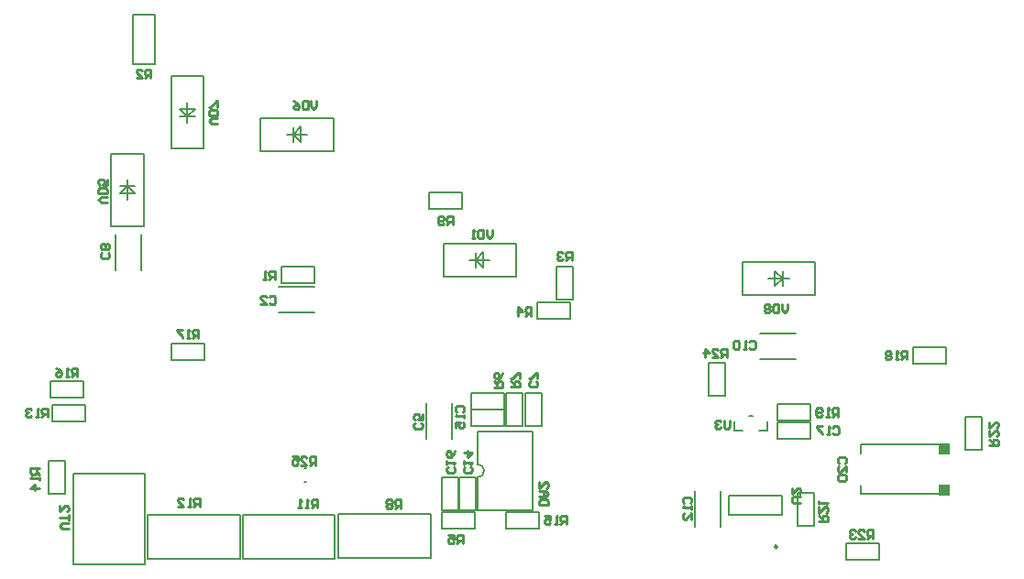
<source format=gbr>
%TF.GenerationSoftware,Altium Limited,Altium Designer,21.6.4 (81)*%
G04 Layer_Color=32896*
%FSLAX43Y43*%
%MOMM*%
%TF.SameCoordinates,100B324C-8CEB-4A13-B8D1-7C84912F4746*%
%TF.FilePolarity,Positive*%
%TF.FileFunction,Legend,Bot*%
%TF.Part,Single*%
G01*
G75*
%TA.AperFunction,NonConductor*%
%ADD77C,0.200*%
%ADD78C,0.250*%
%ADD79C,0.254*%
%ADD80R,1.000X1.000*%
D77*
X42256Y8172D02*
G03*
X42256Y9372I0J600D01*
G01*
X66003Y12473D02*
Y13348D01*
X68278Y12473D02*
X69003D01*
X66003D02*
X66728D01*
X69003D02*
Y13348D01*
X67328Y13873D02*
X67678D01*
X47750Y24359D02*
X50798D01*
Y22835D02*
Y24359D01*
X47750Y22835D02*
Y24359D01*
Y22835D02*
X50798D01*
X42256Y5117D02*
Y8172D01*
Y5117D02*
X47356D01*
X42256Y9372D02*
Y12417D01*
X47356Y5117D02*
Y12417D01*
X42256D02*
X47356D01*
X69923Y11725D02*
X72970D01*
X69923D02*
Y13249D01*
X72970Y11725D02*
Y13249D01*
X69923D02*
X72970D01*
X77681Y6615D02*
X84981D01*
Y7415D01*
X77681Y11215D02*
X84981D01*
X77681Y6615D02*
Y7415D01*
X84981Y10415D02*
Y11215D01*
X77681Y10415D02*
Y11215D01*
X63576Y15676D02*
Y18724D01*
X65100D01*
X63576Y15676D02*
X65100D01*
Y18724D01*
X70429Y26543D02*
X71029D01*
X70429Y25843D02*
Y26543D01*
X69129D02*
X70429D01*
Y27243D01*
X69721Y25836D02*
Y27250D01*
Y25836D02*
X70429Y26543D01*
X69721Y27250D02*
X70429Y26543D01*
X73429Y25043D02*
Y28043D01*
X66729Y25043D02*
Y28043D01*
Y25043D02*
X73429D01*
X66729Y28043D02*
X73429D01*
X48159Y12882D02*
Y15930D01*
X46635Y12882D02*
X48159D01*
X46635Y15930D02*
X48159D01*
X46635Y12882D02*
Y15930D01*
X41656Y14453D02*
X44704D01*
X41656D02*
Y15977D01*
X44704Y14453D02*
Y15977D01*
X41656D02*
X44704D01*
X41656Y14406D02*
X44704D01*
Y12882D02*
Y14406D01*
X41656Y12882D02*
Y14406D01*
Y12882D02*
X44704D01*
X38964Y5131D02*
Y8179D01*
X40488D01*
X38964Y5131D02*
X40488D01*
Y8179D01*
X40538Y5135D02*
Y8183D01*
X42062D01*
X40538Y5135D02*
X42062D01*
Y8183D01*
X9906Y35088D02*
Y35688D01*
Y35088D02*
X10606D01*
X9906Y33788D02*
Y35088D01*
X9206D02*
X9906D01*
X9199Y34381D02*
X10613D01*
X9906Y35088D02*
X10613Y34381D01*
X9199D02*
X9906Y35088D01*
X8406Y38088D02*
X11406D01*
X8406Y31388D02*
X11406D01*
Y38088D01*
X8406Y31388D02*
Y38088D01*
X2638Y6669D02*
Y9717D01*
X4162D01*
X2638Y6669D02*
X4162D01*
Y9717D01*
X11778Y4742D02*
X20303D01*
Y642D02*
Y4692D01*
X11778Y642D02*
Y4742D01*
Y642D02*
X20303D01*
X20566Y4742D02*
X29091D01*
Y642D02*
Y4692D01*
X20566Y642D02*
Y4742D01*
Y642D02*
X29091D01*
X29405Y4795D02*
X37930D01*
Y695D02*
Y4745D01*
X29405Y695D02*
Y4795D01*
Y695D02*
X37930D01*
X12446Y46380D02*
Y50952D01*
X10414Y46380D02*
X12446D01*
X10414Y50952D02*
X12446D01*
X10414Y46380D02*
Y50952D01*
X76276Y2036D02*
X79324D01*
Y512D02*
Y2036D01*
X76276Y512D02*
Y2036D01*
Y512D02*
X79324D01*
X87312Y10719D02*
Y13767D01*
X88836D01*
X87312Y10719D02*
X88836D01*
Y13767D01*
X71780Y3711D02*
Y6759D01*
X73304D01*
X71780Y3711D02*
X73304D01*
Y6759D01*
X69923Y14935D02*
X72970D01*
Y13411D02*
Y14935D01*
X69923Y13411D02*
Y14935D01*
Y13411D02*
X72970D01*
X82499Y20218D02*
X85547D01*
Y18694D02*
Y20218D01*
X82499Y18694D02*
Y20218D01*
Y18694D02*
X85547D01*
X13945Y19025D02*
X16993D01*
X13945D02*
Y20549D01*
X16993Y19025D02*
Y20549D01*
X13945D02*
X16993D01*
X2794Y17094D02*
X5842D01*
Y15570D02*
Y17094D01*
X2794Y15570D02*
Y17094D01*
Y15570D02*
X5842D01*
X44907Y4941D02*
X47955D01*
Y3417D02*
Y4941D01*
X44907Y3417D02*
Y4941D01*
Y3417D02*
X47955D01*
X2976Y14834D02*
X6024D01*
Y13310D02*
Y14834D01*
X2976Y13310D02*
Y14834D01*
Y13310D02*
X6024D01*
X37744Y32976D02*
X40792D01*
X37744D02*
Y34500D01*
X40792Y32976D02*
Y34500D01*
X37744D02*
X40792D01*
X44907Y12882D02*
Y15930D01*
X46431D01*
X44907Y12882D02*
X46431D01*
Y15930D01*
X38964Y4916D02*
X42012D01*
Y3392D02*
Y4916D01*
X38964Y3392D02*
Y4916D01*
Y3392D02*
X42012D01*
X49512Y24638D02*
Y27686D01*
X51036D01*
X49512Y24638D02*
X51036D01*
Y27686D01*
X24155Y26086D02*
X27203D01*
X24155D02*
Y27610D01*
X27203Y26086D02*
Y27610D01*
X24155D02*
X27203D01*
X4955Y151D02*
X11555D01*
Y8551D01*
X4955Y151D02*
Y8551D01*
X11555D01*
X70344Y4730D02*
Y6488D01*
X65444D02*
X70344D01*
X65444Y4730D02*
Y6488D01*
Y4730D02*
X70344D01*
X64669Y3565D02*
Y6871D01*
X62313Y3565D02*
Y6871D01*
X11160Y27328D02*
Y30635D01*
X8804Y27328D02*
Y30635D01*
X26267Y7732D02*
X26412D01*
X26267Y8982D02*
X26412D01*
X16943Y38535D02*
Y45235D01*
X13943Y38535D02*
Y45235D01*
X16943D01*
X13943Y38535D02*
X16943D01*
X15443Y41535D02*
X16150Y42242D01*
X14736D02*
X15443Y41535D01*
X14736Y42242D02*
X16150D01*
X15443Y41535D02*
X16143D01*
X15443D02*
Y42835D01*
X14743Y41535D02*
X15443D01*
Y40935D02*
Y41535D01*
X22228Y38353D02*
X28928D01*
X22228Y41353D02*
X28928D01*
Y38353D02*
Y41353D01*
X22228Y38353D02*
Y41353D01*
X25228Y39853D02*
X25935Y39145D01*
X25228Y39853D02*
X25935Y40560D01*
Y39145D02*
Y40560D01*
X25228Y39153D02*
Y39853D01*
X26528D01*
X25228D02*
Y40553D01*
X24628Y39853D02*
X25228D01*
X39087Y26756D02*
X45787D01*
X39087Y29756D02*
X45787D01*
Y26756D02*
Y29756D01*
X39087Y26756D02*
Y29756D01*
X42087Y28256D02*
X42794Y27548D01*
X42087Y28256D02*
X42794Y28963D01*
Y27548D02*
Y28963D01*
X42087Y27556D02*
Y28256D01*
X43387D01*
X42087D02*
Y28956D01*
X41487Y28256D02*
X42087D01*
X68299Y21447D02*
X71605D01*
X68299Y19091D02*
X71605D01*
X39888Y11707D02*
Y15014D01*
X37532Y11707D02*
Y15014D01*
X23874Y23409D02*
X27180D01*
X23874Y25765D02*
X27180D01*
D78*
X69924Y1756D02*
G03*
X69924Y1756I-125J0D01*
G01*
D79*
X47663Y17067D02*
X47796Y16934D01*
Y16667D01*
X47663Y16534D01*
X47130D01*
X46997Y16667D01*
Y16934D01*
X47130Y17067D01*
X47796Y17333D02*
Y17867D01*
X47663D01*
X47130Y17333D01*
X46997D01*
X65539Y13455D02*
Y12789D01*
X65405Y12656D01*
X65139D01*
X65006Y12789D01*
Y13455D01*
X64739Y13322D02*
X64606Y13455D01*
X64339D01*
X64206Y13322D01*
Y13189D01*
X64339Y13056D01*
X64472D01*
X64339D01*
X64206Y12922D01*
Y12789D01*
X64339Y12656D01*
X64606D01*
X64739Y12789D01*
X48762Y5593D02*
X47962D01*
Y5993D01*
X48095Y6126D01*
X48628D01*
X48762Y5993D01*
Y5593D01*
X47962Y6393D02*
X48495D01*
X48762Y6659D01*
X48495Y6926D01*
X47962D01*
X48362D01*
Y6393D01*
X47962Y7726D02*
Y7192D01*
X48495Y7726D01*
X48628D01*
X48762Y7592D01*
Y7326D01*
X48628Y7192D01*
X75049Y12787D02*
X75183Y12920D01*
X75449D01*
X75583Y12787D01*
Y12254D01*
X75449Y12120D01*
X75183D01*
X75049Y12254D01*
X74783Y12120D02*
X74516D01*
X74650D01*
Y12920D01*
X74783Y12787D01*
X74116Y12920D02*
X73583D01*
Y12787D01*
X74116Y12254D01*
Y12120D01*
X40052Y9135D02*
X40186Y9001D01*
Y8735D01*
X40052Y8602D01*
X39519D01*
X39386Y8735D01*
Y9001D01*
X39519Y9135D01*
X39386Y9401D02*
Y9668D01*
Y9535D01*
X40186D01*
X40052Y9401D01*
X40186Y10601D02*
X40052Y10334D01*
X39786Y10068D01*
X39519D01*
X39386Y10201D01*
Y10468D01*
X39519Y10601D01*
X39653D01*
X39786Y10468D01*
Y10068D01*
X40355Y14210D02*
X40222Y14344D01*
Y14610D01*
X40355Y14744D01*
X40888D01*
X41022Y14610D01*
Y14344D01*
X40888Y14210D01*
X41022Y13944D02*
Y13677D01*
Y13811D01*
X40222D01*
X40355Y13944D01*
X40222Y12744D02*
Y13277D01*
X40622D01*
X40488Y13011D01*
Y12877D01*
X40622Y12744D01*
X40888D01*
X41022Y12877D01*
Y13144D01*
X40888Y13277D01*
X75654Y9474D02*
X75521Y9607D01*
Y9874D01*
X75654Y10007D01*
X76187D01*
X76320Y9874D01*
Y9607D01*
X76187Y9474D01*
X76320Y8674D02*
Y9207D01*
X75787Y8674D01*
X75654D01*
X75521Y8808D01*
Y9074D01*
X75654Y9207D01*
Y8408D02*
X75521Y8274D01*
Y8008D01*
X75654Y7874D01*
X76187D01*
X76320Y8008D01*
Y8274D01*
X76187Y8408D01*
X75654D01*
X4462Y3402D02*
X3929D01*
X3662Y3668D01*
X3929Y3935D01*
X4462D01*
Y4201D02*
Y4735D01*
Y4468D01*
X3662D01*
Y5534D02*
Y5001D01*
X4195Y5534D01*
X4329D01*
X4462Y5401D01*
Y5134D01*
X4329Y5001D01*
X41618Y9135D02*
X41751Y9001D01*
Y8735D01*
X41618Y8602D01*
X41085D01*
X40951Y8735D01*
Y9001D01*
X41085Y9135D01*
X40951Y9401D02*
Y9668D01*
Y9535D01*
X41751D01*
X41618Y9401D01*
X40951Y10468D02*
X41751D01*
X41351Y10068D01*
Y10601D01*
X72084Y5836D02*
X71418D01*
X71285Y5969D01*
Y6236D01*
X71418Y6369D01*
X72084D01*
X71285Y7169D02*
Y6636D01*
X71818Y7169D01*
X71951D01*
X72084Y7036D01*
Y6769D01*
X71951Y6636D01*
X70866Y24174D02*
Y23641D01*
X70599Y23375D01*
X70332Y23641D01*
Y24174D01*
X70066D02*
Y23375D01*
X69666D01*
X69533Y23508D01*
Y24041D01*
X69666Y24174D01*
X70066D01*
X69266Y24041D02*
X69133Y24174D01*
X68866D01*
X68733Y24041D01*
Y23908D01*
X68866Y23774D01*
X68733Y23641D01*
Y23508D01*
X68866Y23375D01*
X69133D01*
X69266Y23508D01*
Y23641D01*
X69133Y23774D01*
X69266Y23908D01*
Y24041D01*
X69133Y23774D02*
X68866D01*
X43604Y31044D02*
Y30511D01*
X43337Y30245D01*
X43071Y30511D01*
Y31044D01*
X42804D02*
Y30245D01*
X42404D01*
X42271Y30378D01*
Y30911D01*
X42404Y31044D01*
X42804D01*
X42004Y30245D02*
X41738D01*
X41871D01*
Y31044D01*
X42004Y30911D01*
X61328Y5775D02*
X61195Y5908D01*
Y6175D01*
X61328Y6308D01*
X61862D01*
X61995Y6175D01*
Y5908D01*
X61862Y5775D01*
X61995Y5509D02*
Y5242D01*
Y5375D01*
X61195D01*
X61328Y5509D01*
X61995Y4309D02*
Y4842D01*
X61462Y4309D01*
X61328D01*
X61195Y4442D01*
Y4709D01*
X61328Y4842D01*
X2529Y13744D02*
Y14544D01*
X2129D01*
X1995Y14411D01*
Y14144D01*
X2129Y14011D01*
X2529D01*
X2262D02*
X1995Y13744D01*
X1729D02*
X1462D01*
X1595D01*
Y14544D01*
X1729Y14411D01*
X1062D02*
X929Y14544D01*
X662D01*
X529Y14411D01*
Y14278D01*
X662Y14144D01*
X796D01*
X662D01*
X529Y14011D01*
Y13878D01*
X662Y13744D01*
X929D01*
X1062Y13878D01*
X27435Y5341D02*
Y6140D01*
X27035D01*
X26902Y6007D01*
Y5740D01*
X27035Y5607D01*
X27435D01*
X27168D02*
X26902Y5341D01*
X26635D02*
X26368D01*
X26502D01*
Y6140D01*
X26635Y6007D01*
X25969Y5341D02*
X25702D01*
X25835D01*
Y6140D01*
X25969Y6007D01*
X50941Y28211D02*
Y29011D01*
X50541D01*
X50408Y28877D01*
Y28611D01*
X50541Y28477D01*
X50941D01*
X50674D02*
X50408Y28211D01*
X50141Y28877D02*
X50008Y29011D01*
X49741D01*
X49608Y28877D01*
Y28744D01*
X49741Y28611D01*
X49874D01*
X49741D01*
X49608Y28477D01*
Y28344D01*
X49741Y28211D01*
X50008D01*
X50141Y28344D01*
X40875Y2039D02*
Y2839D01*
X40475D01*
X40341Y2705D01*
Y2439D01*
X40475Y2306D01*
X40875D01*
X40608D02*
X40341Y2039D01*
X39542Y2839D02*
X40075D01*
Y2439D01*
X39808Y2572D01*
X39675D01*
X39542Y2439D01*
Y2172D01*
X39675Y2039D01*
X39942D01*
X40075Y2172D01*
X50453Y3830D02*
Y4630D01*
X50054D01*
X49920Y4497D01*
Y4230D01*
X50054Y4097D01*
X50453D01*
X50187D02*
X49920Y3830D01*
X49654D02*
X49387D01*
X49520D01*
Y4630D01*
X49654Y4497D01*
X48454Y4630D02*
X48987D01*
Y4230D01*
X48721Y4363D01*
X48587D01*
X48454Y4230D01*
Y3964D01*
X48587Y3830D01*
X48854D01*
X48987Y3964D01*
X27260Y9294D02*
Y10093D01*
X26860D01*
X26727Y9960D01*
Y9693D01*
X26860Y9560D01*
X27260D01*
X26994D02*
X26727Y9294D01*
X25927D02*
X26461D01*
X25927Y9827D01*
Y9960D01*
X26061Y10093D01*
X26327D01*
X26461Y9960D01*
X25128Y10093D02*
X25661D01*
Y9693D01*
X25394Y9827D01*
X25261D01*
X25128Y9693D01*
Y9427D01*
X25261Y9294D01*
X25528D01*
X25661Y9427D01*
X5285Y17482D02*
Y18281D01*
X4885D01*
X4751Y18148D01*
Y17882D01*
X4885Y17748D01*
X5285D01*
X5018D02*
X4751Y17482D01*
X4485D02*
X4218D01*
X4351D01*
Y18281D01*
X4485Y18148D01*
X3285Y18281D02*
X3552Y18148D01*
X3818Y17882D01*
Y17615D01*
X3685Y17482D01*
X3418D01*
X3285Y17615D01*
Y17748D01*
X3418Y17882D01*
X3818D01*
X65252Y19265D02*
Y20065D01*
X64852D01*
X64719Y19932D01*
Y19665D01*
X64852Y19532D01*
X65252D01*
X64986D02*
X64719Y19265D01*
X63919D02*
X64452D01*
X63919Y19798D01*
Y19932D01*
X64053Y20065D01*
X64319D01*
X64452Y19932D01*
X63253Y19265D02*
Y20065D01*
X63653Y19665D01*
X63119D01*
X78750Y2518D02*
Y3317D01*
X78350D01*
X78216Y3184D01*
Y2917D01*
X78350Y2784D01*
X78750D01*
X78483D02*
X78216Y2518D01*
X77417D02*
X77950D01*
X77417Y3051D01*
Y3184D01*
X77550Y3317D01*
X77816D01*
X77950Y3184D01*
X77150D02*
X77017Y3317D01*
X76750D01*
X76617Y3184D01*
Y3051D01*
X76750Y2917D01*
X76883D01*
X76750D01*
X76617Y2784D01*
Y2651D01*
X76750Y2518D01*
X77017D01*
X77150Y2651D01*
X35160Y5309D02*
Y6109D01*
X34760D01*
X34626Y5976D01*
Y5709D01*
X34760Y5576D01*
X35160D01*
X34893D02*
X34626Y5309D01*
X34360Y5976D02*
X34227Y6109D01*
X33960D01*
X33827Y5976D01*
Y5842D01*
X33960Y5709D01*
X33827Y5576D01*
Y5443D01*
X33960Y5309D01*
X34227D01*
X34360Y5443D01*
Y5576D01*
X34227Y5709D01*
X34360Y5842D01*
Y5976D01*
X34227Y5709D02*
X33960D01*
X16468Y21038D02*
Y21837D01*
X16068D01*
X15935Y21704D01*
Y21438D01*
X16068Y21304D01*
X16468D01*
X16202D02*
X15935Y21038D01*
X15669D02*
X15402D01*
X15535D01*
Y21837D01*
X15669Y21704D01*
X15002Y21837D02*
X14469D01*
Y21704D01*
X15002Y21171D01*
Y21038D01*
X89542Y11153D02*
X90341D01*
Y11553D01*
X90208Y11687D01*
X89941D01*
X89808Y11553D01*
Y11153D01*
Y11420D02*
X89542Y11687D01*
Y12486D02*
Y11953D01*
X90075Y12486D01*
X90208D01*
X90341Y12353D01*
Y12087D01*
X90208Y11953D01*
X89542Y13286D02*
Y12753D01*
X90075Y13286D01*
X90208D01*
X90341Y13153D01*
Y12886D01*
X90208Y12753D01*
X73788Y4112D02*
X74588D01*
Y4512D01*
X74454Y4645D01*
X74188D01*
X74054Y4512D01*
Y4112D01*
Y4378D02*
X73788Y4645D01*
Y5445D02*
Y4911D01*
X74321Y5445D01*
X74454D01*
X74588Y5311D01*
Y5045D01*
X74454Y4911D01*
X73788Y5711D02*
Y5978D01*
Y5844D01*
X74588D01*
X74454Y5711D01*
X75541Y13773D02*
Y14573D01*
X75141D01*
X75008Y14440D01*
Y14173D01*
X75141Y14040D01*
X75541D01*
X75275D02*
X75008Y13773D01*
X74741D02*
X74475D01*
X74608D01*
Y14573D01*
X74741Y14440D01*
X74075Y13907D02*
X73942Y13773D01*
X73675D01*
X73542Y13907D01*
Y14440D01*
X73675Y14573D01*
X73942D01*
X74075Y14440D01*
Y14306D01*
X73942Y14173D01*
X73542D01*
X81899Y19057D02*
Y19856D01*
X81499D01*
X81366Y19723D01*
Y19456D01*
X81499Y19323D01*
X81899D01*
X81632D02*
X81366Y19057D01*
X81099D02*
X80832D01*
X80966D01*
Y19856D01*
X81099Y19723D01*
X80432D02*
X80299Y19856D01*
X80033D01*
X79899Y19723D01*
Y19590D01*
X80033Y19456D01*
X79899Y19323D01*
Y19190D01*
X80033Y19057D01*
X80299D01*
X80432Y19190D01*
Y19323D01*
X80299Y19456D01*
X80432Y19590D01*
Y19723D01*
X80299Y19456D02*
X80033D01*
X45346Y16534D02*
X46145D01*
Y16934D01*
X46012Y17067D01*
X45745D01*
X45612Y16934D01*
Y16534D01*
Y16800D02*
X45346Y17067D01*
X46145Y17333D02*
Y17867D01*
X46012D01*
X45479Y17333D01*
X45346D01*
X43780Y16504D02*
X44580D01*
Y16904D01*
X44447Y17037D01*
X44180D01*
X44047Y16904D01*
Y16504D01*
Y16771D02*
X43780Y17037D01*
X44580Y17837D02*
X44447Y17570D01*
X44180Y17304D01*
X43914D01*
X43780Y17437D01*
Y17704D01*
X43914Y17837D01*
X44047D01*
X44180Y17704D01*
Y17304D01*
X47199Y23095D02*
Y23895D01*
X46799D01*
X46666Y23762D01*
Y23495D01*
X46799Y23362D01*
X47199D01*
X46933D02*
X46666Y23095D01*
X46000D02*
Y23895D01*
X46400Y23495D01*
X45866D01*
X12072Y45066D02*
Y45866D01*
X11673D01*
X11539Y45733D01*
Y45466D01*
X11673Y45333D01*
X12072D01*
X11806D02*
X11539Y45066D01*
X10740D02*
X11273D01*
X10740Y45599D01*
Y45733D01*
X10873Y45866D01*
X11139D01*
X11273Y45733D01*
X37020Y13202D02*
X37154Y13068D01*
Y12802D01*
X37020Y12669D01*
X36487D01*
X36354Y12802D01*
Y13068D01*
X36487Y13202D01*
X37154Y14001D02*
Y13468D01*
X36754D01*
X36887Y13735D01*
Y13868D01*
X36754Y14001D01*
X36487D01*
X36354Y13868D01*
Y13602D01*
X36487Y13468D01*
X23027Y24828D02*
X23161Y24961D01*
X23427D01*
X23561Y24828D01*
Y24295D01*
X23427Y24162D01*
X23161D01*
X23027Y24295D01*
X22228Y24162D02*
X22761D01*
X22228Y24695D01*
Y24828D01*
X22361Y24961D01*
X22628D01*
X22761Y24828D01*
X18256Y40818D02*
X17723D01*
X17456Y41085D01*
X17723Y41351D01*
X18256D01*
Y41618D02*
X17456D01*
Y42018D01*
X17590Y42151D01*
X18123D01*
X18256Y42018D01*
Y41618D01*
Y42418D02*
Y42951D01*
X18123D01*
X17590Y42418D01*
X17456D01*
X27381Y42970D02*
Y42437D01*
X27114Y42171D01*
X26848Y42437D01*
Y42970D01*
X26581D02*
Y42171D01*
X26181D01*
X26048Y42304D01*
Y42837D01*
X26181Y42970D01*
X26581D01*
X25248D02*
X25515Y42837D01*
X25781Y42570D01*
Y42304D01*
X25648Y42171D01*
X25381D01*
X25248Y42304D01*
Y42437D01*
X25381Y42570D01*
X25781D01*
X8050Y33585D02*
X7516D01*
X7250Y33852D01*
X7516Y34119D01*
X8050D01*
Y34385D02*
X7250D01*
Y34785D01*
X7383Y34918D01*
X7916D01*
X8050Y34785D01*
Y34385D01*
Y35718D02*
Y35185D01*
X7650D01*
X7783Y35451D01*
Y35585D01*
X7650Y35718D01*
X7383D01*
X7250Y35585D01*
Y35318D01*
X7383Y35185D01*
X1768Y8990D02*
X968D01*
Y8590D01*
X1101Y8457D01*
X1368D01*
X1501Y8590D01*
Y8990D01*
Y8723D02*
X1768Y8457D01*
Y8190D02*
Y7923D01*
Y8057D01*
X968D01*
X1101Y8190D01*
X1768Y7124D02*
X968D01*
X1368Y7524D01*
Y6990D01*
X16568Y5468D02*
Y6267D01*
X16168D01*
X16034Y6134D01*
Y5867D01*
X16168Y5734D01*
X16568D01*
X16301D02*
X16034Y5468D01*
X15768D02*
X15501D01*
X15635D01*
Y6267D01*
X15768Y6134D01*
X14568Y5468D02*
X15101D01*
X14568Y6001D01*
Y6134D01*
X14702Y6267D01*
X14968D01*
X15101Y6134D01*
X39935Y31503D02*
Y32302D01*
X39535D01*
X39402Y32169D01*
Y31902D01*
X39535Y31769D01*
X39935D01*
X39668D02*
X39402Y31503D01*
X39135Y31636D02*
X39002Y31503D01*
X38735D01*
X38602Y31636D01*
Y32169D01*
X38735Y32302D01*
X39002D01*
X39135Y32169D01*
Y32036D01*
X39002Y31902D01*
X38602D01*
X23527Y26448D02*
Y27248D01*
X23127D01*
X22994Y27115D01*
Y26848D01*
X23127Y26715D01*
X23527D01*
X23260D02*
X22994Y26448D01*
X22727D02*
X22461D01*
X22594D01*
Y27248D01*
X22727Y27115D01*
X67353Y20671D02*
X67486Y20804D01*
X67753D01*
X67886Y20671D01*
Y20138D01*
X67753Y20004D01*
X67486D01*
X67353Y20138D01*
X67086Y20004D02*
X66820D01*
X66953D01*
Y20804D01*
X67086Y20671D01*
X66420D02*
X66287Y20804D01*
X66020D01*
X65887Y20671D01*
Y20138D01*
X66020Y20004D01*
X66287D01*
X66420Y20138D01*
Y20671D01*
X8115Y28950D02*
X8248Y28816D01*
Y28550D01*
X8115Y28417D01*
X7582D01*
X7449Y28550D01*
Y28816D01*
X7582Y28950D01*
X8115Y29216D02*
X8248Y29350D01*
Y29616D01*
X8115Y29749D01*
X7982D01*
X7849Y29616D01*
X7715Y29749D01*
X7582D01*
X7449Y29616D01*
Y29350D01*
X7582Y29216D01*
X7715D01*
X7849Y29350D01*
X7982Y29216D01*
X8115D01*
X7849Y29350D02*
Y29616D01*
D80*
X85331Y10815D02*
D03*
Y7015D02*
D03*
%TF.MD5,6c2580814866df9e4e6b523b6b2a1bb0*%
M02*

</source>
